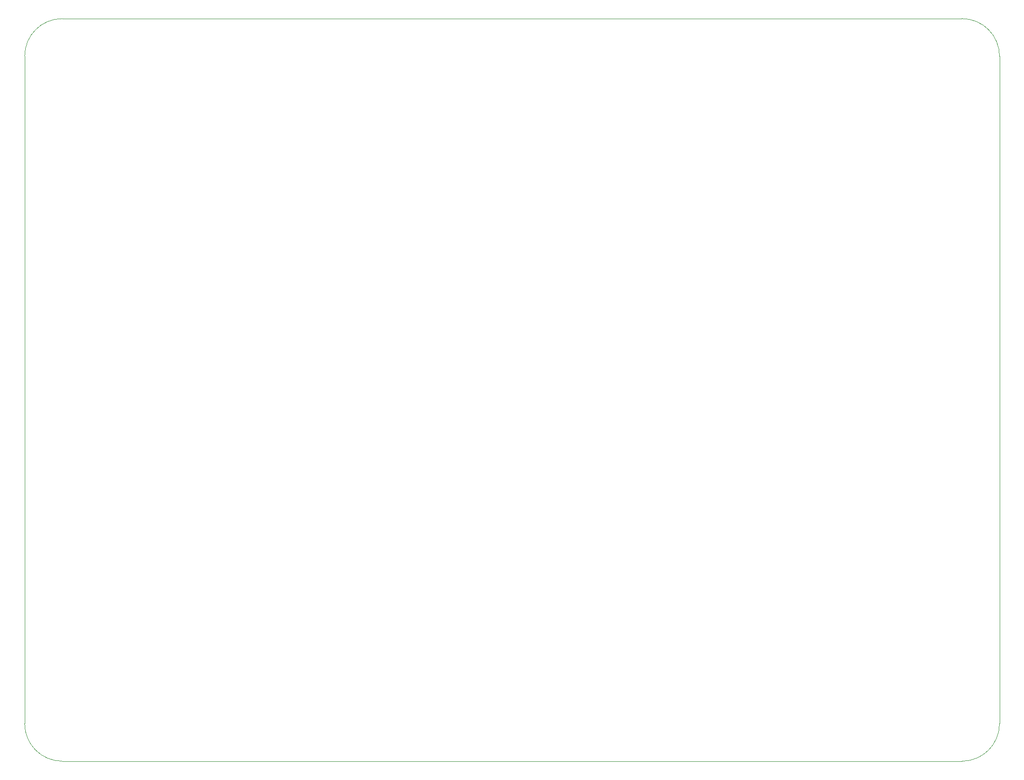
<source format=gbr>
%TF.GenerationSoftware,KiCad,Pcbnew,6.0.0*%
%TF.CreationDate,2022-01-12T19:51:10-05:00*%
%TF.ProjectId,sensor-board,73656e73-6f72-42d6-926f-6172642e6b69,-1*%
%TF.SameCoordinates,Original*%
%TF.FileFunction,Profile,NP*%
%FSLAX46Y46*%
G04 Gerber Fmt 4.6, Leading zero omitted, Abs format (unit mm)*
G04 Created by KiCad (PCBNEW 6.0.0) date 2022-01-12 19:51:10*
%MOMM*%
%LPD*%
G01*
G04 APERTURE LIST*
%TA.AperFunction,Profile*%
%ADD10C,0.100000*%
%TD*%
G04 APERTURE END LIST*
D10*
X227000000Y-166800000D02*
X64000000Y-166800000D01*
X233800000Y-39000000D02*
G75*
G03*
X227000000Y-32200000I-6800000J0D01*
G01*
X227000000Y-166800000D02*
G75*
G03*
X233800000Y-160000000I0J6800000D01*
G01*
X64000000Y-32200000D02*
G75*
G03*
X57200000Y-39000000I0J-6800000D01*
G01*
X57200000Y-160000000D02*
X57200000Y-39000000D01*
X233800000Y-39000000D02*
X233800000Y-160000000D01*
X64000000Y-32200000D02*
X227000000Y-32200000D01*
X57200000Y-160000000D02*
G75*
G03*
X64000000Y-166800000I6800000J0D01*
G01*
M02*

</source>
